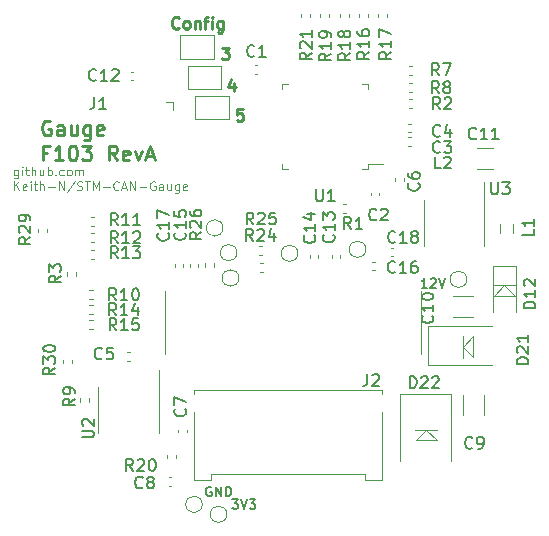
<source format=gbr>
%TF.GenerationSoftware,KiCad,Pcbnew,(5.1.10)-1*%
%TF.CreationDate,2022-02-14T20:34:47-05:00*%
%TF.ProjectId,CAN_Gauge,43414e5f-4761-4756-9765-2e6b69636164,rev?*%
%TF.SameCoordinates,Original*%
%TF.FileFunction,Legend,Top*%
%TF.FilePolarity,Positive*%
%FSLAX46Y46*%
G04 Gerber Fmt 4.6, Leading zero omitted, Abs format (unit mm)*
G04 Created by KiCad (PCBNEW (5.1.10)-1) date 2022-02-14 20:34:47*
%MOMM*%
%LPD*%
G01*
G04 APERTURE LIST*
%ADD10C,0.250000*%
%ADD11C,0.200000*%
%ADD12C,0.120000*%
%ADD13C,0.125000*%
%ADD14C,0.150000*%
G04 APERTURE END LIST*
D10*
X127484266Y-78093180D02*
X128103314Y-78093180D01*
X127769980Y-78474133D01*
X127912838Y-78474133D01*
X128008076Y-78521752D01*
X128055695Y-78569371D01*
X128103314Y-78664609D01*
X128103314Y-78902704D01*
X128055695Y-78997942D01*
X128008076Y-79045561D01*
X127912838Y-79093180D01*
X127627123Y-79093180D01*
X127531885Y-79045561D01*
X127484266Y-78997942D01*
X128541476Y-81093514D02*
X128541476Y-81760180D01*
X128303380Y-80712561D02*
X128065285Y-81426847D01*
X128684333Y-81426847D01*
X129274895Y-83287480D02*
X128798704Y-83287480D01*
X128751085Y-83763671D01*
X128798704Y-83716052D01*
X128893942Y-83668433D01*
X129132038Y-83668433D01*
X129227276Y-83716052D01*
X129274895Y-83763671D01*
X129322514Y-83858909D01*
X129322514Y-84097004D01*
X129274895Y-84192242D01*
X129227276Y-84239861D01*
X129132038Y-84287480D01*
X128893942Y-84287480D01*
X128798704Y-84239861D01*
X128751085Y-84192242D01*
X123871271Y-76394442D02*
X123823652Y-76442061D01*
X123680795Y-76489680D01*
X123585557Y-76489680D01*
X123442700Y-76442061D01*
X123347461Y-76346823D01*
X123299842Y-76251585D01*
X123252223Y-76061109D01*
X123252223Y-75918252D01*
X123299842Y-75727776D01*
X123347461Y-75632538D01*
X123442700Y-75537300D01*
X123585557Y-75489680D01*
X123680795Y-75489680D01*
X123823652Y-75537300D01*
X123871271Y-75584919D01*
X124442700Y-76489680D02*
X124347461Y-76442061D01*
X124299842Y-76394442D01*
X124252223Y-76299204D01*
X124252223Y-76013490D01*
X124299842Y-75918252D01*
X124347461Y-75870633D01*
X124442700Y-75823014D01*
X124585557Y-75823014D01*
X124680795Y-75870633D01*
X124728414Y-75918252D01*
X124776033Y-76013490D01*
X124776033Y-76299204D01*
X124728414Y-76394442D01*
X124680795Y-76442061D01*
X124585557Y-76489680D01*
X124442700Y-76489680D01*
X125204604Y-75823014D02*
X125204604Y-76489680D01*
X125204604Y-75918252D02*
X125252223Y-75870633D01*
X125347461Y-75823014D01*
X125490319Y-75823014D01*
X125585557Y-75870633D01*
X125633176Y-75965871D01*
X125633176Y-76489680D01*
X125966509Y-75823014D02*
X126347461Y-75823014D01*
X126109366Y-76489680D02*
X126109366Y-75632538D01*
X126156985Y-75537300D01*
X126252223Y-75489680D01*
X126347461Y-75489680D01*
X126680795Y-76489680D02*
X126680795Y-75823014D01*
X126680795Y-75489680D02*
X126633176Y-75537300D01*
X126680795Y-75584919D01*
X126728414Y-75537300D01*
X126680795Y-75489680D01*
X126680795Y-75584919D01*
X127585557Y-75823014D02*
X127585557Y-76632538D01*
X127537938Y-76727776D01*
X127490319Y-76775395D01*
X127395080Y-76823014D01*
X127252223Y-76823014D01*
X127156985Y-76775395D01*
X127585557Y-76442061D02*
X127490319Y-76489680D01*
X127299842Y-76489680D01*
X127204604Y-76442061D01*
X127156985Y-76394442D01*
X127109366Y-76299204D01*
X127109366Y-76013490D01*
X127156985Y-75918252D01*
X127204604Y-75870633D01*
X127299842Y-75823014D01*
X127490319Y-75823014D01*
X127585557Y-75870633D01*
X112981280Y-84327900D02*
X112862233Y-84268376D01*
X112683661Y-84268376D01*
X112505090Y-84327900D01*
X112386042Y-84446947D01*
X112326519Y-84565995D01*
X112266995Y-84804090D01*
X112266995Y-84982661D01*
X112326519Y-85220757D01*
X112386042Y-85339804D01*
X112505090Y-85458852D01*
X112683661Y-85518376D01*
X112802709Y-85518376D01*
X112981280Y-85458852D01*
X113040804Y-85399328D01*
X113040804Y-84982661D01*
X112802709Y-84982661D01*
X114112233Y-85518376D02*
X114112233Y-84863614D01*
X114052709Y-84744566D01*
X113933661Y-84685042D01*
X113695566Y-84685042D01*
X113576519Y-84744566D01*
X114112233Y-85458852D02*
X113993185Y-85518376D01*
X113695566Y-85518376D01*
X113576519Y-85458852D01*
X113516995Y-85339804D01*
X113516995Y-85220757D01*
X113576519Y-85101709D01*
X113695566Y-85042185D01*
X113993185Y-85042185D01*
X114112233Y-84982661D01*
X115243185Y-84685042D02*
X115243185Y-85518376D01*
X114707471Y-84685042D02*
X114707471Y-85339804D01*
X114766995Y-85458852D01*
X114886042Y-85518376D01*
X115064614Y-85518376D01*
X115183661Y-85458852D01*
X115243185Y-85399328D01*
X116374138Y-84685042D02*
X116374138Y-85696947D01*
X116314614Y-85815995D01*
X116255090Y-85875519D01*
X116136042Y-85935042D01*
X115957471Y-85935042D01*
X115838423Y-85875519D01*
X116374138Y-85458852D02*
X116255090Y-85518376D01*
X116016995Y-85518376D01*
X115897947Y-85458852D01*
X115838423Y-85399328D01*
X115778900Y-85280280D01*
X115778900Y-84923138D01*
X115838423Y-84804090D01*
X115897947Y-84744566D01*
X116016995Y-84685042D01*
X116255090Y-84685042D01*
X116374138Y-84744566D01*
X117445566Y-85458852D02*
X117326519Y-85518376D01*
X117088423Y-85518376D01*
X116969376Y-85458852D01*
X116909852Y-85339804D01*
X116909852Y-84863614D01*
X116969376Y-84744566D01*
X117088423Y-84685042D01*
X117326519Y-84685042D01*
X117445566Y-84744566D01*
X117505090Y-84863614D01*
X117505090Y-84982661D01*
X116909852Y-85101709D01*
X112743185Y-86988614D02*
X112326519Y-86988614D01*
X112326519Y-87643376D02*
X112326519Y-86393376D01*
X112921757Y-86393376D01*
X114052709Y-87643376D02*
X113338423Y-87643376D01*
X113695566Y-87643376D02*
X113695566Y-86393376D01*
X113576519Y-86571947D01*
X113457471Y-86690995D01*
X113338423Y-86750519D01*
X114826519Y-86393376D02*
X114945566Y-86393376D01*
X115064614Y-86452900D01*
X115124138Y-86512423D01*
X115183661Y-86631471D01*
X115243185Y-86869566D01*
X115243185Y-87167185D01*
X115183661Y-87405280D01*
X115124138Y-87524328D01*
X115064614Y-87583852D01*
X114945566Y-87643376D01*
X114826519Y-87643376D01*
X114707471Y-87583852D01*
X114647947Y-87524328D01*
X114588423Y-87405280D01*
X114528900Y-87167185D01*
X114528900Y-86869566D01*
X114588423Y-86631471D01*
X114647947Y-86512423D01*
X114707471Y-86452900D01*
X114826519Y-86393376D01*
X115659852Y-86393376D02*
X116433661Y-86393376D01*
X116016995Y-86869566D01*
X116195566Y-86869566D01*
X116314614Y-86929090D01*
X116374138Y-86988614D01*
X116433661Y-87107661D01*
X116433661Y-87405280D01*
X116374138Y-87524328D01*
X116314614Y-87583852D01*
X116195566Y-87643376D01*
X115838423Y-87643376D01*
X115719376Y-87583852D01*
X115659852Y-87524328D01*
X118636042Y-87643376D02*
X118219376Y-87048138D01*
X117921757Y-87643376D02*
X117921757Y-86393376D01*
X118397947Y-86393376D01*
X118516995Y-86452900D01*
X118576519Y-86512423D01*
X118636042Y-86631471D01*
X118636042Y-86810042D01*
X118576519Y-86929090D01*
X118516995Y-86988614D01*
X118397947Y-87048138D01*
X117921757Y-87048138D01*
X119647947Y-87583852D02*
X119528900Y-87643376D01*
X119290804Y-87643376D01*
X119171757Y-87583852D01*
X119112233Y-87464804D01*
X119112233Y-86988614D01*
X119171757Y-86869566D01*
X119290804Y-86810042D01*
X119528900Y-86810042D01*
X119647947Y-86869566D01*
X119707471Y-86988614D01*
X119707471Y-87107661D01*
X119112233Y-87226709D01*
X120124138Y-86810042D02*
X120421757Y-87643376D01*
X120719376Y-86810042D01*
X121136042Y-87286233D02*
X121731280Y-87286233D01*
X121016995Y-87643376D02*
X121433661Y-86393376D01*
X121850328Y-87643376D01*
D11*
X126623876Y-115324800D02*
X126547685Y-115286704D01*
X126433400Y-115286704D01*
X126319114Y-115324800D01*
X126242923Y-115400990D01*
X126204828Y-115477180D01*
X126166733Y-115629561D01*
X126166733Y-115743847D01*
X126204828Y-115896228D01*
X126242923Y-115972419D01*
X126319114Y-116048609D01*
X126433400Y-116086704D01*
X126509590Y-116086704D01*
X126623876Y-116048609D01*
X126661971Y-116010514D01*
X126661971Y-115743847D01*
X126509590Y-115743847D01*
X127004828Y-116086704D02*
X127004828Y-115286704D01*
X127461971Y-116086704D01*
X127461971Y-115286704D01*
X127842923Y-116086704D02*
X127842923Y-115286704D01*
X128033400Y-115286704D01*
X128147685Y-115324800D01*
X128223876Y-115400990D01*
X128261971Y-115477180D01*
X128300066Y-115629561D01*
X128300066Y-115743847D01*
X128261971Y-115896228D01*
X128223876Y-115972419D01*
X128147685Y-116048609D01*
X128033400Y-116086704D01*
X127842923Y-116086704D01*
X128401923Y-116353504D02*
X128897161Y-116353504D01*
X128630495Y-116658266D01*
X128744780Y-116658266D01*
X128820971Y-116696361D01*
X128859066Y-116734457D01*
X128897161Y-116810647D01*
X128897161Y-117001123D01*
X128859066Y-117077314D01*
X128820971Y-117115409D01*
X128744780Y-117153504D01*
X128516209Y-117153504D01*
X128440019Y-117115409D01*
X128401923Y-117077314D01*
X129125733Y-116353504D02*
X129392400Y-117153504D01*
X129659066Y-116353504D01*
X129849542Y-116353504D02*
X130344780Y-116353504D01*
X130078114Y-116658266D01*
X130192400Y-116658266D01*
X130268590Y-116696361D01*
X130306685Y-116734457D01*
X130344780Y-116810647D01*
X130344780Y-117001123D01*
X130306685Y-117077314D01*
X130268590Y-117115409D01*
X130192400Y-117153504D01*
X129963828Y-117153504D01*
X129887638Y-117115409D01*
X129849542Y-117077314D01*
X144886461Y-98421004D02*
X144429319Y-98421004D01*
X144657890Y-98421004D02*
X144657890Y-97621004D01*
X144581700Y-97735290D01*
X144505509Y-97811480D01*
X144429319Y-97849576D01*
X145191223Y-97697195D02*
X145229319Y-97659100D01*
X145305509Y-97621004D01*
X145495985Y-97621004D01*
X145572176Y-97659100D01*
X145610271Y-97697195D01*
X145648366Y-97773385D01*
X145648366Y-97849576D01*
X145610271Y-97963861D01*
X145153128Y-98421004D01*
X145648366Y-98421004D01*
X145876938Y-97621004D02*
X146143604Y-98421004D01*
X146410271Y-97621004D01*
D12*
X151414200Y-98198800D02*
X152328600Y-98198800D01*
X151414200Y-98198800D02*
X150525200Y-99113200D01*
X150550600Y-99113200D02*
X152303200Y-99113200D01*
X152303200Y-99113200D02*
X151414200Y-98198800D01*
X151414200Y-98198800D02*
X150499800Y-98198800D01*
X147934400Y-103405800D02*
X147934400Y-102516800D01*
X147883600Y-103431200D02*
X148798000Y-104320200D01*
X148798000Y-104294800D02*
X148798000Y-102542200D01*
X148798000Y-102542200D02*
X147883600Y-103431200D01*
X147934400Y-103431200D02*
X147934400Y-104345600D01*
X144810200Y-110441600D02*
X145724600Y-110441600D01*
X144810200Y-110441600D02*
X143921200Y-111356000D01*
X143946600Y-111356000D02*
X145699200Y-111356000D01*
X145699200Y-111356000D02*
X144810200Y-110441600D01*
X144810200Y-110441600D02*
X143895800Y-110441600D01*
D13*
X110250550Y-88421485D02*
X110250550Y-89028628D01*
X110214835Y-89100057D01*
X110179121Y-89135771D01*
X110107692Y-89171485D01*
X110000550Y-89171485D01*
X109929121Y-89135771D01*
X110250550Y-88885771D02*
X110179121Y-88921485D01*
X110036264Y-88921485D01*
X109964835Y-88885771D01*
X109929121Y-88850057D01*
X109893407Y-88778628D01*
X109893407Y-88564342D01*
X109929121Y-88492914D01*
X109964835Y-88457200D01*
X110036264Y-88421485D01*
X110179121Y-88421485D01*
X110250550Y-88457200D01*
X110607692Y-88921485D02*
X110607692Y-88421485D01*
X110607692Y-88171485D02*
X110571978Y-88207200D01*
X110607692Y-88242914D01*
X110643407Y-88207200D01*
X110607692Y-88171485D01*
X110607692Y-88242914D01*
X110857692Y-88421485D02*
X111143407Y-88421485D01*
X110964835Y-88171485D02*
X110964835Y-88814342D01*
X111000550Y-88885771D01*
X111071978Y-88921485D01*
X111143407Y-88921485D01*
X111393407Y-88921485D02*
X111393407Y-88171485D01*
X111714835Y-88921485D02*
X111714835Y-88528628D01*
X111679121Y-88457200D01*
X111607692Y-88421485D01*
X111500550Y-88421485D01*
X111429121Y-88457200D01*
X111393407Y-88492914D01*
X112393407Y-88421485D02*
X112393407Y-88921485D01*
X112071978Y-88421485D02*
X112071978Y-88814342D01*
X112107692Y-88885771D01*
X112179121Y-88921485D01*
X112286264Y-88921485D01*
X112357692Y-88885771D01*
X112393407Y-88850057D01*
X112750550Y-88921485D02*
X112750550Y-88171485D01*
X112750550Y-88457200D02*
X112821978Y-88421485D01*
X112964835Y-88421485D01*
X113036264Y-88457200D01*
X113071978Y-88492914D01*
X113107692Y-88564342D01*
X113107692Y-88778628D01*
X113071978Y-88850057D01*
X113036264Y-88885771D01*
X112964835Y-88921485D01*
X112821978Y-88921485D01*
X112750550Y-88885771D01*
X113429121Y-88850057D02*
X113464835Y-88885771D01*
X113429121Y-88921485D01*
X113393407Y-88885771D01*
X113429121Y-88850057D01*
X113429121Y-88921485D01*
X114107692Y-88885771D02*
X114036264Y-88921485D01*
X113893407Y-88921485D01*
X113821978Y-88885771D01*
X113786264Y-88850057D01*
X113750550Y-88778628D01*
X113750550Y-88564342D01*
X113786264Y-88492914D01*
X113821978Y-88457200D01*
X113893407Y-88421485D01*
X114036264Y-88421485D01*
X114107692Y-88457200D01*
X114536264Y-88921485D02*
X114464835Y-88885771D01*
X114429121Y-88850057D01*
X114393407Y-88778628D01*
X114393407Y-88564342D01*
X114429121Y-88492914D01*
X114464835Y-88457200D01*
X114536264Y-88421485D01*
X114643407Y-88421485D01*
X114714835Y-88457200D01*
X114750550Y-88492914D01*
X114786264Y-88564342D01*
X114786264Y-88778628D01*
X114750550Y-88850057D01*
X114714835Y-88885771D01*
X114643407Y-88921485D01*
X114536264Y-88921485D01*
X115107692Y-88921485D02*
X115107692Y-88421485D01*
X115107692Y-88492914D02*
X115143407Y-88457200D01*
X115214835Y-88421485D01*
X115321978Y-88421485D01*
X115393407Y-88457200D01*
X115429121Y-88528628D01*
X115429121Y-88921485D01*
X115429121Y-88528628D02*
X115464835Y-88457200D01*
X115536264Y-88421485D01*
X115643407Y-88421485D01*
X115714835Y-88457200D01*
X115750550Y-88528628D01*
X115750550Y-88921485D01*
X109929121Y-90171485D02*
X109929121Y-89421485D01*
X110357692Y-90171485D02*
X110036264Y-89742914D01*
X110357692Y-89421485D02*
X109929121Y-89850057D01*
X110964835Y-90135771D02*
X110893407Y-90171485D01*
X110750550Y-90171485D01*
X110679121Y-90135771D01*
X110643407Y-90064342D01*
X110643407Y-89778628D01*
X110679121Y-89707200D01*
X110750550Y-89671485D01*
X110893407Y-89671485D01*
X110964835Y-89707200D01*
X111000550Y-89778628D01*
X111000550Y-89850057D01*
X110643407Y-89921485D01*
X111321978Y-90171485D02*
X111321978Y-89671485D01*
X111321978Y-89421485D02*
X111286264Y-89457200D01*
X111321978Y-89492914D01*
X111357692Y-89457200D01*
X111321978Y-89421485D01*
X111321978Y-89492914D01*
X111571978Y-89671485D02*
X111857692Y-89671485D01*
X111679121Y-89421485D02*
X111679121Y-90064342D01*
X111714835Y-90135771D01*
X111786264Y-90171485D01*
X111857692Y-90171485D01*
X112107692Y-90171485D02*
X112107692Y-89421485D01*
X112429121Y-90171485D02*
X112429121Y-89778628D01*
X112393407Y-89707200D01*
X112321978Y-89671485D01*
X112214835Y-89671485D01*
X112143407Y-89707200D01*
X112107692Y-89742914D01*
X112786264Y-89885771D02*
X113357692Y-89885771D01*
X113714835Y-90171485D02*
X113714835Y-89421485D01*
X114143407Y-90171485D01*
X114143407Y-89421485D01*
X115036264Y-89385771D02*
X114393407Y-90350057D01*
X115250550Y-90135771D02*
X115357692Y-90171485D01*
X115536264Y-90171485D01*
X115607692Y-90135771D01*
X115643407Y-90100057D01*
X115679121Y-90028628D01*
X115679121Y-89957200D01*
X115643407Y-89885771D01*
X115607692Y-89850057D01*
X115536264Y-89814342D01*
X115393407Y-89778628D01*
X115321978Y-89742914D01*
X115286264Y-89707200D01*
X115250550Y-89635771D01*
X115250550Y-89564342D01*
X115286264Y-89492914D01*
X115321978Y-89457200D01*
X115393407Y-89421485D01*
X115571978Y-89421485D01*
X115679121Y-89457200D01*
X115893407Y-89421485D02*
X116321978Y-89421485D01*
X116107692Y-90171485D02*
X116107692Y-89421485D01*
X116571978Y-90171485D02*
X116571978Y-89421485D01*
X116821978Y-89957200D01*
X117071978Y-89421485D01*
X117071978Y-90171485D01*
X117429121Y-89885771D02*
X118000550Y-89885771D01*
X118786264Y-90100057D02*
X118750550Y-90135771D01*
X118643407Y-90171485D01*
X118571978Y-90171485D01*
X118464835Y-90135771D01*
X118393407Y-90064342D01*
X118357692Y-89992914D01*
X118321978Y-89850057D01*
X118321978Y-89742914D01*
X118357692Y-89600057D01*
X118393407Y-89528628D01*
X118464835Y-89457200D01*
X118571978Y-89421485D01*
X118643407Y-89421485D01*
X118750550Y-89457200D01*
X118786264Y-89492914D01*
X119071978Y-89957200D02*
X119429121Y-89957200D01*
X119000550Y-90171485D02*
X119250550Y-89421485D01*
X119500550Y-90171485D01*
X119750550Y-90171485D02*
X119750550Y-89421485D01*
X120179121Y-90171485D01*
X120179121Y-89421485D01*
X120536264Y-89885771D02*
X121107692Y-89885771D01*
X121857692Y-89457200D02*
X121786264Y-89421485D01*
X121679121Y-89421485D01*
X121571978Y-89457200D01*
X121500550Y-89528628D01*
X121464835Y-89600057D01*
X121429121Y-89742914D01*
X121429121Y-89850057D01*
X121464835Y-89992914D01*
X121500550Y-90064342D01*
X121571978Y-90135771D01*
X121679121Y-90171485D01*
X121750550Y-90171485D01*
X121857692Y-90135771D01*
X121893407Y-90100057D01*
X121893407Y-89850057D01*
X121750550Y-89850057D01*
X122536264Y-90171485D02*
X122536264Y-89778628D01*
X122500550Y-89707200D01*
X122429121Y-89671485D01*
X122286264Y-89671485D01*
X122214835Y-89707200D01*
X122536264Y-90135771D02*
X122464835Y-90171485D01*
X122286264Y-90171485D01*
X122214835Y-90135771D01*
X122179121Y-90064342D01*
X122179121Y-89992914D01*
X122214835Y-89921485D01*
X122286264Y-89885771D01*
X122464835Y-89885771D01*
X122536264Y-89850057D01*
X123214835Y-89671485D02*
X123214835Y-90171485D01*
X122893407Y-89671485D02*
X122893407Y-90064342D01*
X122929121Y-90135771D01*
X123000550Y-90171485D01*
X123107692Y-90171485D01*
X123179121Y-90135771D01*
X123214835Y-90100057D01*
X123893407Y-89671485D02*
X123893407Y-90278628D01*
X123857692Y-90350057D01*
X123821978Y-90385771D01*
X123750550Y-90421485D01*
X123643407Y-90421485D01*
X123571978Y-90385771D01*
X123893407Y-90135771D02*
X123821978Y-90171485D01*
X123679121Y-90171485D01*
X123607692Y-90135771D01*
X123571978Y-90100057D01*
X123536264Y-90028628D01*
X123536264Y-89814342D01*
X123571978Y-89742914D01*
X123607692Y-89707200D01*
X123679121Y-89671485D01*
X123821978Y-89671485D01*
X123893407Y-89707200D01*
X124536264Y-90135771D02*
X124464835Y-90171485D01*
X124321978Y-90171485D01*
X124250550Y-90135771D01*
X124214835Y-90064342D01*
X124214835Y-89778628D01*
X124250550Y-89707200D01*
X124321978Y-89671485D01*
X124464835Y-89671485D01*
X124536264Y-89707200D01*
X124571978Y-89778628D01*
X124571978Y-89850057D01*
X124214835Y-89921485D01*
D12*
%TO.C,C12*%
X120000636Y-80135000D02*
X119784964Y-80135000D01*
X120000636Y-80855000D02*
X119784964Y-80855000D01*
%TO.C,JP6*%
X128074600Y-84174700D02*
X125274600Y-84174700D01*
X125274600Y-84174700D02*
X125274600Y-82174700D01*
X125274600Y-82174700D02*
X128074600Y-82174700D01*
X128074600Y-82174700D02*
X128074600Y-84174700D01*
%TO.C,JP5*%
X127441900Y-81622000D02*
X124641900Y-81622000D01*
X124641900Y-81622000D02*
X124641900Y-79622000D01*
X124641900Y-79622000D02*
X127441900Y-79622000D01*
X127441900Y-79622000D02*
X127441900Y-81622000D01*
%TO.C,JP4*%
X126804600Y-77056600D02*
X126804600Y-79056600D01*
X124004600Y-77056600D02*
X126804600Y-77056600D01*
X124004600Y-79056600D02*
X124004600Y-77056600D01*
X126804600Y-79056600D02*
X124004600Y-79056600D01*
%TO.C,U1*%
X133090400Y-81177600D02*
X132640400Y-81177600D01*
X132640400Y-81177600D02*
X132640400Y-81627600D01*
X139410400Y-81177600D02*
X139860400Y-81177600D01*
X139860400Y-81177600D02*
X139860400Y-81627600D01*
X133090400Y-88397600D02*
X132640400Y-88397600D01*
X132640400Y-88397600D02*
X132640400Y-87947600D01*
X139410400Y-88397600D02*
X139860400Y-88397600D01*
X139860400Y-88397600D02*
X139860400Y-87947600D01*
X139860400Y-87947600D02*
X141150400Y-87947600D01*
%TO.C,C6*%
X142922300Y-89150164D02*
X142922300Y-89365836D01*
X142202300Y-89150164D02*
X142202300Y-89365836D01*
%TO.C,U4*%
X144332000Y-104027000D02*
X144332000Y-104027000D01*
X144344000Y-104023000D02*
X144344000Y-98689000D01*
X122734000Y-98699000D02*
X122734000Y-104033000D01*
%TO.C,TP7*%
X139693600Y-95176200D02*
G75*
G03*
X139693600Y-95176200I-700000J0D01*
G01*
%TO.C,TP2*%
X133940500Y-95519100D02*
G75*
G03*
X133940500Y-95519100I-700000J0D01*
G01*
%TO.C,TP8*%
X128784300Y-95455600D02*
G75*
G03*
X128784300Y-95455600I-700000J0D01*
G01*
%TO.C,C10*%
X147061058Y-100924900D02*
X148731542Y-100924900D01*
X147061058Y-99104900D02*
X148731542Y-99104900D01*
%TO.C,J1*%
X123372600Y-82730200D02*
X123372600Y-83365200D01*
X122737600Y-82730200D02*
X123372600Y-82730200D01*
%TO.C,TP6*%
X128936700Y-97601900D02*
G75*
G03*
X128936700Y-97601900I-700000J0D01*
G01*
%TO.C,C17*%
X124240600Y-96414564D02*
X124240600Y-96630236D01*
X123520600Y-96414564D02*
X123520600Y-96630236D01*
%TO.C,R24*%
X130711959Y-96294800D02*
X131019241Y-96294800D01*
X130711959Y-97054800D02*
X131019241Y-97054800D01*
%TO.C,TP1*%
X127603200Y-93360100D02*
G75*
G03*
X127603200Y-93360100I-700000J0D01*
G01*
%TO.C,TP5*%
X125850600Y-116766200D02*
G75*
G03*
X125850600Y-116766200I-700000J0D01*
G01*
%TO.C,TP4*%
X127933400Y-117604400D02*
G75*
G03*
X127933400Y-117604400I-700000J0D01*
G01*
%TO.C,TP3*%
X148240700Y-97716200D02*
G75*
G03*
X148240700Y-97716200I-700000J0D01*
G01*
%TO.C,R20*%
X122840200Y-112573959D02*
X122840200Y-112881241D01*
X123600200Y-112573959D02*
X123600200Y-112881241D01*
%TO.C,L1*%
X151057400Y-93823222D02*
X151057400Y-93023978D01*
X152177400Y-93823222D02*
X152177400Y-93023978D01*
%TO.C,C11*%
X150499852Y-88390000D02*
X149077348Y-88390000D01*
X150499852Y-86570000D02*
X149077348Y-86570000D01*
%TO.C,D12*%
X152439600Y-96558400D02*
X152439600Y-100458400D01*
X150439600Y-96558400D02*
X150439600Y-100458400D01*
X152439600Y-96558400D02*
X150439600Y-96558400D01*
%TO.C,U3*%
X149732400Y-92915600D02*
X149732400Y-89465600D01*
X149732400Y-92915600D02*
X149732400Y-94865600D01*
X144612400Y-92915600D02*
X144612400Y-90965600D01*
X144612400Y-92915600D02*
X144612400Y-94865600D01*
%TO.C,J2*%
X125187000Y-114698000D02*
X125187000Y-108938000D01*
X126607000Y-114698000D02*
X125187000Y-114698000D01*
X126607000Y-114198000D02*
X126607000Y-114698000D01*
X139637000Y-114198000D02*
X126607000Y-114198000D01*
X139637000Y-114698000D02*
X139637000Y-114198000D01*
X141057000Y-114698000D02*
X139637000Y-114698000D01*
X141057000Y-108938000D02*
X141057000Y-114698000D01*
X125187000Y-107108000D02*
X125187000Y-107418000D01*
X141057000Y-107108000D02*
X125187000Y-107108000D01*
X141057000Y-107418000D02*
X141057000Y-107108000D01*
%TO.C,R30*%
X114077200Y-104829441D02*
X114077200Y-104522159D01*
X114837200Y-104829441D02*
X114837200Y-104522159D01*
%TO.C,R29*%
X112729000Y-93422359D02*
X112729000Y-93729641D01*
X111969000Y-93422359D02*
X111969000Y-93729641D01*
%TO.C,R21*%
X134966700Y-75210559D02*
X134966700Y-75517841D01*
X134206700Y-75210559D02*
X134206700Y-75517841D01*
%TO.C,D22*%
X146884000Y-107425000D02*
X142584000Y-107425000D01*
X142584000Y-107425000D02*
X142584000Y-113125000D01*
X146884000Y-107425000D02*
X146884000Y-113125000D01*
%TO.C,C9*%
X147888000Y-107523558D02*
X147888000Y-109194042D01*
X149708000Y-107523558D02*
X149708000Y-109194042D01*
%TO.C,R26*%
X126800600Y-96368759D02*
X126800600Y-96676041D01*
X126040600Y-96368759D02*
X126040600Y-96676041D01*
%TO.C,R25*%
X130943041Y-95632400D02*
X130635759Y-95632400D01*
X130943041Y-94872400D02*
X130635759Y-94872400D01*
%TO.C,C18*%
X141806764Y-95032100D02*
X142022436Y-95032100D01*
X141806764Y-95752100D02*
X142022436Y-95752100D01*
%TO.C,C16*%
X140244664Y-96213200D02*
X140460336Y-96213200D01*
X140244664Y-96933200D02*
X140460336Y-96933200D01*
%TO.C,C15*%
X125505600Y-96414564D02*
X125505600Y-96630236D01*
X124785600Y-96414564D02*
X124785600Y-96630236D01*
%TO.C,C14*%
X135670600Y-95677964D02*
X135670600Y-95893636D01*
X134950600Y-95677964D02*
X134950600Y-95893636D01*
%TO.C,C13*%
X137537500Y-95677964D02*
X137537500Y-95893636D01*
X136817500Y-95677964D02*
X136817500Y-95893636D01*
%TO.C,C8*%
X123226436Y-114475800D02*
X123010764Y-114475800D01*
X123226436Y-115195800D02*
X123010764Y-115195800D01*
%TO.C,C7*%
X123825400Y-110460764D02*
X123825400Y-110676436D01*
X124545400Y-110460764D02*
X124545400Y-110676436D01*
%TO.C,C5*%
X119480164Y-104604000D02*
X119695836Y-104604000D01*
X119480164Y-103884000D02*
X119695836Y-103884000D01*
%TO.C,C4*%
X143279964Y-85249200D02*
X143495636Y-85249200D01*
X143279964Y-84529200D02*
X143495636Y-84529200D01*
%TO.C,C3*%
X143279964Y-86392200D02*
X143495636Y-86392200D01*
X143279964Y-85672200D02*
X143495636Y-85672200D01*
%TO.C,C2*%
X140106800Y-90369364D02*
X140106800Y-90585036D01*
X140826800Y-90369364D02*
X140826800Y-90585036D01*
%TO.C,C1*%
X130490836Y-79576200D02*
X130275164Y-79576200D01*
X130490836Y-80296200D02*
X130275164Y-80296200D01*
%TO.C,R19*%
X135845000Y-75210559D02*
X135845000Y-75517841D01*
X136605000Y-75210559D02*
X136605000Y-75517841D01*
%TO.C,R18*%
X138243300Y-75210559D02*
X138243300Y-75517841D01*
X137483300Y-75210559D02*
X137483300Y-75517841D01*
%TO.C,R17*%
X140759900Y-75210559D02*
X140759900Y-75517841D01*
X141519900Y-75210559D02*
X141519900Y-75517841D01*
%TO.C,R16*%
X139121600Y-75210559D02*
X139121600Y-75517841D01*
X139881600Y-75210559D02*
X139881600Y-75517841D01*
%TO.C,R15*%
X116566641Y-101197000D02*
X116259359Y-101197000D01*
X116566641Y-101957000D02*
X116259359Y-101957000D01*
%TO.C,R14*%
X116566641Y-99927000D02*
X116259359Y-99927000D01*
X116566641Y-100687000D02*
X116259359Y-100687000D01*
%TO.C,R13*%
X116693641Y-95228000D02*
X116386359Y-95228000D01*
X116693641Y-95988000D02*
X116386359Y-95988000D01*
%TO.C,R12*%
X116386359Y-94591000D02*
X116693641Y-94591000D01*
X116386359Y-93831000D02*
X116693641Y-93831000D01*
%TO.C,R11*%
X116693641Y-92434000D02*
X116386359Y-92434000D01*
X116693641Y-93194000D02*
X116386359Y-93194000D01*
%TO.C,R10*%
X116566641Y-98657000D02*
X116259359Y-98657000D01*
X116566641Y-99417000D02*
X116259359Y-99417000D01*
%TO.C,R1*%
X137747759Y-92127200D02*
X138055041Y-92127200D01*
X137747759Y-91367200D02*
X138055041Y-91367200D01*
%TO.C,D21*%
X144991600Y-101679600D02*
X150391600Y-101679600D01*
X144991600Y-104979600D02*
X150391600Y-104979600D01*
X144991600Y-101679600D02*
X144991600Y-104979600D01*
%TO.C,R9*%
X116285000Y-107800759D02*
X116285000Y-108108041D01*
X115525000Y-107800759D02*
X115525000Y-108108041D01*
%TO.C,R8*%
X143643041Y-81814800D02*
X143335759Y-81814800D01*
X143643041Y-81054800D02*
X143335759Y-81054800D01*
%TO.C,R7*%
X143643041Y-80443200D02*
X143335759Y-80443200D01*
X143643041Y-79683200D02*
X143335759Y-79683200D01*
%TO.C,R3*%
X114356600Y-97412641D02*
X114356600Y-97105359D01*
X115116600Y-97412641D02*
X115116600Y-97105359D01*
%TO.C,R2*%
X143643041Y-83186400D02*
X143335759Y-83186400D01*
X143643041Y-82426400D02*
X143335759Y-82426400D01*
%TO.C,U2*%
X117028000Y-108816000D02*
X117028000Y-110766000D01*
X117028000Y-108816000D02*
X117028000Y-106866000D01*
X122148000Y-108816000D02*
X122148000Y-110766000D01*
X122148000Y-108816000D02*
X122148000Y-105366000D01*
%TO.C,C12*%
D14*
X116862342Y-80826742D02*
X116814723Y-80874361D01*
X116671866Y-80921980D01*
X116576628Y-80921980D01*
X116433771Y-80874361D01*
X116338533Y-80779123D01*
X116290914Y-80683885D01*
X116243295Y-80493409D01*
X116243295Y-80350552D01*
X116290914Y-80160076D01*
X116338533Y-80064838D01*
X116433771Y-79969600D01*
X116576628Y-79921980D01*
X116671866Y-79921980D01*
X116814723Y-79969600D01*
X116862342Y-80017219D01*
X117814723Y-80921980D02*
X117243295Y-80921980D01*
X117529009Y-80921980D02*
X117529009Y-79921980D01*
X117433771Y-80064838D01*
X117338533Y-80160076D01*
X117243295Y-80207695D01*
X118195676Y-80017219D02*
X118243295Y-79969600D01*
X118338533Y-79921980D01*
X118576628Y-79921980D01*
X118671866Y-79969600D01*
X118719485Y-80017219D01*
X118767104Y-80112457D01*
X118767104Y-80207695D01*
X118719485Y-80350552D01*
X118148057Y-80921980D01*
X118767104Y-80921980D01*
%TO.C,U1*%
X135488495Y-90089980D02*
X135488495Y-90899504D01*
X135536114Y-90994742D01*
X135583733Y-91042361D01*
X135678971Y-91089980D01*
X135869447Y-91089980D01*
X135964685Y-91042361D01*
X136012304Y-90994742D01*
X136059923Y-90899504D01*
X136059923Y-90089980D01*
X137059923Y-91089980D02*
X136488495Y-91089980D01*
X136774209Y-91089980D02*
X136774209Y-90089980D01*
X136678971Y-90232838D01*
X136583733Y-90328076D01*
X136488495Y-90375695D01*
%TO.C,C6*%
X144151342Y-89577066D02*
X144198961Y-89624685D01*
X144246580Y-89767542D01*
X144246580Y-89862780D01*
X144198961Y-90005638D01*
X144103723Y-90100876D01*
X144008485Y-90148495D01*
X143818009Y-90196114D01*
X143675152Y-90196114D01*
X143484676Y-90148495D01*
X143389438Y-90100876D01*
X143294200Y-90005638D01*
X143246580Y-89862780D01*
X143246580Y-89767542D01*
X143294200Y-89624685D01*
X143341819Y-89577066D01*
X143246580Y-88719923D02*
X143246580Y-88910400D01*
X143294200Y-89005638D01*
X143341819Y-89053257D01*
X143484676Y-89148495D01*
X143675152Y-89196114D01*
X144056104Y-89196114D01*
X144151342Y-89148495D01*
X144198961Y-89100876D01*
X144246580Y-89005638D01*
X144246580Y-88815161D01*
X144198961Y-88719923D01*
X144151342Y-88672304D01*
X144056104Y-88624685D01*
X143818009Y-88624685D01*
X143722771Y-88672304D01*
X143675152Y-88719923D01*
X143627533Y-88815161D01*
X143627533Y-89005638D01*
X143675152Y-89100876D01*
X143722771Y-89148495D01*
X143818009Y-89196114D01*
%TO.C,C10*%
X145319742Y-100797457D02*
X145367361Y-100845076D01*
X145414980Y-100987933D01*
X145414980Y-101083171D01*
X145367361Y-101226028D01*
X145272123Y-101321266D01*
X145176885Y-101368885D01*
X144986409Y-101416504D01*
X144843552Y-101416504D01*
X144653076Y-101368885D01*
X144557838Y-101321266D01*
X144462600Y-101226028D01*
X144414980Y-101083171D01*
X144414980Y-100987933D01*
X144462600Y-100845076D01*
X144510219Y-100797457D01*
X145414980Y-99845076D02*
X145414980Y-100416504D01*
X145414980Y-100130790D02*
X144414980Y-100130790D01*
X144557838Y-100226028D01*
X144653076Y-100321266D01*
X144700695Y-100416504D01*
X144414980Y-99226028D02*
X144414980Y-99130790D01*
X144462600Y-99035552D01*
X144510219Y-98987933D01*
X144605457Y-98940314D01*
X144795933Y-98892695D01*
X145034028Y-98892695D01*
X145224504Y-98940314D01*
X145319742Y-98987933D01*
X145367361Y-99035552D01*
X145414980Y-99130790D01*
X145414980Y-99226028D01*
X145367361Y-99321266D01*
X145319742Y-99368885D01*
X145224504Y-99416504D01*
X145034028Y-99464123D01*
X144795933Y-99464123D01*
X144605457Y-99416504D01*
X144510219Y-99368885D01*
X144462600Y-99321266D01*
X144414980Y-99226028D01*
%TO.C,J1*%
X116714666Y-82296880D02*
X116714666Y-83011166D01*
X116667047Y-83154023D01*
X116571809Y-83249261D01*
X116428952Y-83296880D01*
X116333714Y-83296880D01*
X117714666Y-83296880D02*
X117143238Y-83296880D01*
X117428952Y-83296880D02*
X117428952Y-82296880D01*
X117333714Y-82439738D01*
X117238476Y-82534976D01*
X117143238Y-82582595D01*
%TO.C,C17*%
X122955042Y-93812457D02*
X123002661Y-93860076D01*
X123050280Y-94002933D01*
X123050280Y-94098171D01*
X123002661Y-94241028D01*
X122907423Y-94336266D01*
X122812185Y-94383885D01*
X122621709Y-94431504D01*
X122478852Y-94431504D01*
X122288376Y-94383885D01*
X122193138Y-94336266D01*
X122097900Y-94241028D01*
X122050280Y-94098171D01*
X122050280Y-94002933D01*
X122097900Y-93860076D01*
X122145519Y-93812457D01*
X123050280Y-92860076D02*
X123050280Y-93431504D01*
X123050280Y-93145790D02*
X122050280Y-93145790D01*
X122193138Y-93241028D01*
X122288376Y-93336266D01*
X122335995Y-93431504D01*
X122050280Y-92526742D02*
X122050280Y-91860076D01*
X123050280Y-92288647D01*
%TO.C,R24*%
X130133842Y-94447480D02*
X129800509Y-93971290D01*
X129562414Y-94447480D02*
X129562414Y-93447480D01*
X129943366Y-93447480D01*
X130038604Y-93495100D01*
X130086223Y-93542719D01*
X130133842Y-93637957D01*
X130133842Y-93780814D01*
X130086223Y-93876052D01*
X130038604Y-93923671D01*
X129943366Y-93971290D01*
X129562414Y-93971290D01*
X130514795Y-93542719D02*
X130562414Y-93495100D01*
X130657652Y-93447480D01*
X130895747Y-93447480D01*
X130990985Y-93495100D01*
X131038604Y-93542719D01*
X131086223Y-93637957D01*
X131086223Y-93733195D01*
X131038604Y-93876052D01*
X130467176Y-94447480D01*
X131086223Y-94447480D01*
X131943366Y-93780814D02*
X131943366Y-94447480D01*
X131705271Y-93399861D02*
X131467176Y-94114147D01*
X132086223Y-94114147D01*
%TO.C,R20*%
X119986542Y-113941980D02*
X119653209Y-113465790D01*
X119415114Y-113941980D02*
X119415114Y-112941980D01*
X119796066Y-112941980D01*
X119891304Y-112989600D01*
X119938923Y-113037219D01*
X119986542Y-113132457D01*
X119986542Y-113275314D01*
X119938923Y-113370552D01*
X119891304Y-113418171D01*
X119796066Y-113465790D01*
X119415114Y-113465790D01*
X120367495Y-113037219D02*
X120415114Y-112989600D01*
X120510352Y-112941980D01*
X120748447Y-112941980D01*
X120843685Y-112989600D01*
X120891304Y-113037219D01*
X120938923Y-113132457D01*
X120938923Y-113227695D01*
X120891304Y-113370552D01*
X120319876Y-113941980D01*
X120938923Y-113941980D01*
X121557971Y-112941980D02*
X121653209Y-112941980D01*
X121748447Y-112989600D01*
X121796066Y-113037219D01*
X121843685Y-113132457D01*
X121891304Y-113322933D01*
X121891304Y-113561028D01*
X121843685Y-113751504D01*
X121796066Y-113846742D01*
X121748447Y-113894361D01*
X121653209Y-113941980D01*
X121557971Y-113941980D01*
X121462733Y-113894361D01*
X121415114Y-113846742D01*
X121367495Y-113751504D01*
X121319876Y-113561028D01*
X121319876Y-113322933D01*
X121367495Y-113132457D01*
X121415114Y-113037219D01*
X121462733Y-112989600D01*
X121557971Y-112941980D01*
%TO.C,L1*%
X153923980Y-93488666D02*
X153923980Y-93964857D01*
X152923980Y-93964857D01*
X153923980Y-92631523D02*
X153923980Y-93202952D01*
X153923980Y-92917238D02*
X152923980Y-92917238D01*
X153066838Y-93012476D01*
X153162076Y-93107714D01*
X153209695Y-93202952D01*
%TO.C,C11*%
X149031442Y-85767042D02*
X148983823Y-85814661D01*
X148840966Y-85862280D01*
X148745728Y-85862280D01*
X148602871Y-85814661D01*
X148507633Y-85719423D01*
X148460014Y-85624185D01*
X148412395Y-85433709D01*
X148412395Y-85290852D01*
X148460014Y-85100376D01*
X148507633Y-85005138D01*
X148602871Y-84909900D01*
X148745728Y-84862280D01*
X148840966Y-84862280D01*
X148983823Y-84909900D01*
X149031442Y-84957519D01*
X149983823Y-85862280D02*
X149412395Y-85862280D01*
X149698109Y-85862280D02*
X149698109Y-84862280D01*
X149602871Y-85005138D01*
X149507633Y-85100376D01*
X149412395Y-85147995D01*
X150936204Y-85862280D02*
X150364776Y-85862280D01*
X150650490Y-85862280D02*
X150650490Y-84862280D01*
X150555252Y-85005138D01*
X150460014Y-85100376D01*
X150364776Y-85147995D01*
%TO.C,D12*%
X154050980Y-100175085D02*
X153050980Y-100175085D01*
X153050980Y-99936990D01*
X153098600Y-99794133D01*
X153193838Y-99698895D01*
X153289076Y-99651276D01*
X153479552Y-99603657D01*
X153622409Y-99603657D01*
X153812885Y-99651276D01*
X153908123Y-99698895D01*
X154003361Y-99794133D01*
X154050980Y-99936990D01*
X154050980Y-100175085D01*
X154050980Y-98651276D02*
X154050980Y-99222704D01*
X154050980Y-98936990D02*
X153050980Y-98936990D01*
X153193838Y-99032228D01*
X153289076Y-99127466D01*
X153336695Y-99222704D01*
X153146219Y-98270323D02*
X153098600Y-98222704D01*
X153050980Y-98127466D01*
X153050980Y-97889371D01*
X153098600Y-97794133D01*
X153146219Y-97746514D01*
X153241457Y-97698895D01*
X153336695Y-97698895D01*
X153479552Y-97746514D01*
X154050980Y-98317942D01*
X154050980Y-97698895D01*
%TO.C,U3*%
X150296695Y-89497780D02*
X150296695Y-90307304D01*
X150344314Y-90402542D01*
X150391933Y-90450161D01*
X150487171Y-90497780D01*
X150677647Y-90497780D01*
X150772885Y-90450161D01*
X150820504Y-90402542D01*
X150868123Y-90307304D01*
X150868123Y-89497780D01*
X151249076Y-89497780D02*
X151868123Y-89497780D01*
X151534790Y-89878733D01*
X151677647Y-89878733D01*
X151772885Y-89926352D01*
X151820504Y-89973971D01*
X151868123Y-90069209D01*
X151868123Y-90307304D01*
X151820504Y-90402542D01*
X151772885Y-90450161D01*
X151677647Y-90497780D01*
X151391933Y-90497780D01*
X151296695Y-90450161D01*
X151249076Y-90402542D01*
%TO.C,L2*%
X146040533Y-88326080D02*
X145564342Y-88326080D01*
X145564342Y-87326080D01*
X146326247Y-87421319D02*
X146373866Y-87373700D01*
X146469104Y-87326080D01*
X146707200Y-87326080D01*
X146802438Y-87373700D01*
X146850057Y-87421319D01*
X146897676Y-87516557D01*
X146897676Y-87611795D01*
X146850057Y-87754652D01*
X146278628Y-88326080D01*
X146897676Y-88326080D01*
%TO.C,J2*%
X139828666Y-105728380D02*
X139828666Y-106442666D01*
X139781047Y-106585523D01*
X139685809Y-106680761D01*
X139542952Y-106728380D01*
X139447714Y-106728380D01*
X140257238Y-105823619D02*
X140304857Y-105776000D01*
X140400095Y-105728380D01*
X140638190Y-105728380D01*
X140733428Y-105776000D01*
X140781047Y-105823619D01*
X140828666Y-105918857D01*
X140828666Y-106014095D01*
X140781047Y-106156952D01*
X140209619Y-106728380D01*
X140828666Y-106728380D01*
%TO.C,R30*%
X113385580Y-105191657D02*
X112909390Y-105524990D01*
X113385580Y-105763085D02*
X112385580Y-105763085D01*
X112385580Y-105382133D01*
X112433200Y-105286895D01*
X112480819Y-105239276D01*
X112576057Y-105191657D01*
X112718914Y-105191657D01*
X112814152Y-105239276D01*
X112861771Y-105286895D01*
X112909390Y-105382133D01*
X112909390Y-105763085D01*
X112385580Y-104858323D02*
X112385580Y-104239276D01*
X112766533Y-104572609D01*
X112766533Y-104429752D01*
X112814152Y-104334514D01*
X112861771Y-104286895D01*
X112957009Y-104239276D01*
X113195104Y-104239276D01*
X113290342Y-104286895D01*
X113337961Y-104334514D01*
X113385580Y-104429752D01*
X113385580Y-104715466D01*
X113337961Y-104810704D01*
X113290342Y-104858323D01*
X112385580Y-103620228D02*
X112385580Y-103524990D01*
X112433200Y-103429752D01*
X112480819Y-103382133D01*
X112576057Y-103334514D01*
X112766533Y-103286895D01*
X113004628Y-103286895D01*
X113195104Y-103334514D01*
X113290342Y-103382133D01*
X113337961Y-103429752D01*
X113385580Y-103524990D01*
X113385580Y-103620228D01*
X113337961Y-103715466D01*
X113290342Y-103763085D01*
X113195104Y-103810704D01*
X113004628Y-103858323D01*
X112766533Y-103858323D01*
X112576057Y-103810704D01*
X112480819Y-103763085D01*
X112433200Y-103715466D01*
X112385580Y-103620228D01*
%TO.C,R29*%
X111302780Y-94142657D02*
X110826590Y-94475990D01*
X111302780Y-94714085D02*
X110302780Y-94714085D01*
X110302780Y-94333133D01*
X110350400Y-94237895D01*
X110398019Y-94190276D01*
X110493257Y-94142657D01*
X110636114Y-94142657D01*
X110731352Y-94190276D01*
X110778971Y-94237895D01*
X110826590Y-94333133D01*
X110826590Y-94714085D01*
X110398019Y-93761704D02*
X110350400Y-93714085D01*
X110302780Y-93618847D01*
X110302780Y-93380752D01*
X110350400Y-93285514D01*
X110398019Y-93237895D01*
X110493257Y-93190276D01*
X110588495Y-93190276D01*
X110731352Y-93237895D01*
X111302780Y-93809323D01*
X111302780Y-93190276D01*
X111302780Y-92714085D02*
X111302780Y-92523609D01*
X111255161Y-92428371D01*
X111207542Y-92380752D01*
X111064685Y-92285514D01*
X110874209Y-92237895D01*
X110493257Y-92237895D01*
X110398019Y-92285514D01*
X110350400Y-92333133D01*
X110302780Y-92428371D01*
X110302780Y-92618847D01*
X110350400Y-92714085D01*
X110398019Y-92761704D01*
X110493257Y-92809323D01*
X110731352Y-92809323D01*
X110826590Y-92761704D01*
X110874209Y-92714085D01*
X110921828Y-92618847D01*
X110921828Y-92428371D01*
X110874209Y-92333133D01*
X110826590Y-92285514D01*
X110731352Y-92237895D01*
%TO.C,R21*%
X135102580Y-78521657D02*
X134626390Y-78854990D01*
X135102580Y-79093085D02*
X134102580Y-79093085D01*
X134102580Y-78712133D01*
X134150200Y-78616895D01*
X134197819Y-78569276D01*
X134293057Y-78521657D01*
X134435914Y-78521657D01*
X134531152Y-78569276D01*
X134578771Y-78616895D01*
X134626390Y-78712133D01*
X134626390Y-79093085D01*
X134197819Y-78140704D02*
X134150200Y-78093085D01*
X134102580Y-77997847D01*
X134102580Y-77759752D01*
X134150200Y-77664514D01*
X134197819Y-77616895D01*
X134293057Y-77569276D01*
X134388295Y-77569276D01*
X134531152Y-77616895D01*
X135102580Y-78188323D01*
X135102580Y-77569276D01*
X135102580Y-76616895D02*
X135102580Y-77188323D01*
X135102580Y-76902609D02*
X134102580Y-76902609D01*
X134245438Y-76997847D01*
X134340676Y-77093085D01*
X134388295Y-77188323D01*
%TO.C,D22*%
X143418114Y-106931580D02*
X143418114Y-105931580D01*
X143656209Y-105931580D01*
X143799066Y-105979200D01*
X143894304Y-106074438D01*
X143941923Y-106169676D01*
X143989542Y-106360152D01*
X143989542Y-106503009D01*
X143941923Y-106693485D01*
X143894304Y-106788723D01*
X143799066Y-106883961D01*
X143656209Y-106931580D01*
X143418114Y-106931580D01*
X144370495Y-106026819D02*
X144418114Y-105979200D01*
X144513352Y-105931580D01*
X144751447Y-105931580D01*
X144846685Y-105979200D01*
X144894304Y-106026819D01*
X144941923Y-106122057D01*
X144941923Y-106217295D01*
X144894304Y-106360152D01*
X144322876Y-106931580D01*
X144941923Y-106931580D01*
X145322876Y-106026819D02*
X145370495Y-105979200D01*
X145465733Y-105931580D01*
X145703828Y-105931580D01*
X145799066Y-105979200D01*
X145846685Y-106026819D01*
X145894304Y-106122057D01*
X145894304Y-106217295D01*
X145846685Y-106360152D01*
X145275257Y-106931580D01*
X145894304Y-106931580D01*
%TO.C,C9*%
X148707533Y-111954442D02*
X148659914Y-112002061D01*
X148517057Y-112049680D01*
X148421819Y-112049680D01*
X148278961Y-112002061D01*
X148183723Y-111906823D01*
X148136104Y-111811585D01*
X148088485Y-111621109D01*
X148088485Y-111478252D01*
X148136104Y-111287776D01*
X148183723Y-111192538D01*
X148278961Y-111097300D01*
X148421819Y-111049680D01*
X148517057Y-111049680D01*
X148659914Y-111097300D01*
X148707533Y-111144919D01*
X149183723Y-112049680D02*
X149374200Y-112049680D01*
X149469438Y-112002061D01*
X149517057Y-111954442D01*
X149612295Y-111811585D01*
X149659914Y-111621109D01*
X149659914Y-111240157D01*
X149612295Y-111144919D01*
X149564676Y-111097300D01*
X149469438Y-111049680D01*
X149278961Y-111049680D01*
X149183723Y-111097300D01*
X149136104Y-111144919D01*
X149088485Y-111240157D01*
X149088485Y-111478252D01*
X149136104Y-111573490D01*
X149183723Y-111621109D01*
X149278961Y-111668728D01*
X149469438Y-111668728D01*
X149564676Y-111621109D01*
X149612295Y-111573490D01*
X149659914Y-111478252D01*
%TO.C,R26*%
X125768080Y-93710857D02*
X125291890Y-94044190D01*
X125768080Y-94282285D02*
X124768080Y-94282285D01*
X124768080Y-93901333D01*
X124815700Y-93806095D01*
X124863319Y-93758476D01*
X124958557Y-93710857D01*
X125101414Y-93710857D01*
X125196652Y-93758476D01*
X125244271Y-93806095D01*
X125291890Y-93901333D01*
X125291890Y-94282285D01*
X124863319Y-93329904D02*
X124815700Y-93282285D01*
X124768080Y-93187047D01*
X124768080Y-92948952D01*
X124815700Y-92853714D01*
X124863319Y-92806095D01*
X124958557Y-92758476D01*
X125053795Y-92758476D01*
X125196652Y-92806095D01*
X125768080Y-93377523D01*
X125768080Y-92758476D01*
X124768080Y-91901333D02*
X124768080Y-92091809D01*
X124815700Y-92187047D01*
X124863319Y-92234666D01*
X125006176Y-92329904D01*
X125196652Y-92377523D01*
X125577604Y-92377523D01*
X125672842Y-92329904D01*
X125720461Y-92282285D01*
X125768080Y-92187047D01*
X125768080Y-91996571D01*
X125720461Y-91901333D01*
X125672842Y-91853714D01*
X125577604Y-91806095D01*
X125339509Y-91806095D01*
X125244271Y-91853714D01*
X125196652Y-91901333D01*
X125149033Y-91996571D01*
X125149033Y-92187047D01*
X125196652Y-92282285D01*
X125244271Y-92329904D01*
X125339509Y-92377523D01*
%TO.C,R25*%
X130171942Y-93063180D02*
X129838609Y-92586990D01*
X129600514Y-93063180D02*
X129600514Y-92063180D01*
X129981466Y-92063180D01*
X130076704Y-92110800D01*
X130124323Y-92158419D01*
X130171942Y-92253657D01*
X130171942Y-92396514D01*
X130124323Y-92491752D01*
X130076704Y-92539371D01*
X129981466Y-92586990D01*
X129600514Y-92586990D01*
X130552895Y-92158419D02*
X130600514Y-92110800D01*
X130695752Y-92063180D01*
X130933847Y-92063180D01*
X131029085Y-92110800D01*
X131076704Y-92158419D01*
X131124323Y-92253657D01*
X131124323Y-92348895D01*
X131076704Y-92491752D01*
X130505276Y-93063180D01*
X131124323Y-93063180D01*
X132029085Y-92063180D02*
X131552895Y-92063180D01*
X131505276Y-92539371D01*
X131552895Y-92491752D01*
X131648133Y-92444133D01*
X131886228Y-92444133D01*
X131981466Y-92491752D01*
X132029085Y-92539371D01*
X132076704Y-92634609D01*
X132076704Y-92872704D01*
X132029085Y-92967942D01*
X131981466Y-93015561D01*
X131886228Y-93063180D01*
X131648133Y-93063180D01*
X131552895Y-93015561D01*
X131505276Y-92967942D01*
%TO.C,C18*%
X142198842Y-94542742D02*
X142151223Y-94590361D01*
X142008366Y-94637980D01*
X141913128Y-94637980D01*
X141770271Y-94590361D01*
X141675033Y-94495123D01*
X141627414Y-94399885D01*
X141579795Y-94209409D01*
X141579795Y-94066552D01*
X141627414Y-93876076D01*
X141675033Y-93780838D01*
X141770271Y-93685600D01*
X141913128Y-93637980D01*
X142008366Y-93637980D01*
X142151223Y-93685600D01*
X142198842Y-93733219D01*
X143151223Y-94637980D02*
X142579795Y-94637980D01*
X142865509Y-94637980D02*
X142865509Y-93637980D01*
X142770271Y-93780838D01*
X142675033Y-93876076D01*
X142579795Y-93923695D01*
X143722652Y-94066552D02*
X143627414Y-94018933D01*
X143579795Y-93971314D01*
X143532176Y-93876076D01*
X143532176Y-93828457D01*
X143579795Y-93733219D01*
X143627414Y-93685600D01*
X143722652Y-93637980D01*
X143913128Y-93637980D01*
X144008366Y-93685600D01*
X144055985Y-93733219D01*
X144103604Y-93828457D01*
X144103604Y-93876076D01*
X144055985Y-93971314D01*
X144008366Y-94018933D01*
X143913128Y-94066552D01*
X143722652Y-94066552D01*
X143627414Y-94114171D01*
X143579795Y-94161790D01*
X143532176Y-94257028D01*
X143532176Y-94447504D01*
X143579795Y-94542742D01*
X143627414Y-94590361D01*
X143722652Y-94637980D01*
X143913128Y-94637980D01*
X144008366Y-94590361D01*
X144055985Y-94542742D01*
X144103604Y-94447504D01*
X144103604Y-94257028D01*
X144055985Y-94161790D01*
X144008366Y-94114171D01*
X143913128Y-94066552D01*
%TO.C,C16*%
X142173442Y-97082742D02*
X142125823Y-97130361D01*
X141982966Y-97177980D01*
X141887728Y-97177980D01*
X141744871Y-97130361D01*
X141649633Y-97035123D01*
X141602014Y-96939885D01*
X141554395Y-96749409D01*
X141554395Y-96606552D01*
X141602014Y-96416076D01*
X141649633Y-96320838D01*
X141744871Y-96225600D01*
X141887728Y-96177980D01*
X141982966Y-96177980D01*
X142125823Y-96225600D01*
X142173442Y-96273219D01*
X143125823Y-97177980D02*
X142554395Y-97177980D01*
X142840109Y-97177980D02*
X142840109Y-96177980D01*
X142744871Y-96320838D01*
X142649633Y-96416076D01*
X142554395Y-96463695D01*
X143982966Y-96177980D02*
X143792490Y-96177980D01*
X143697252Y-96225600D01*
X143649633Y-96273219D01*
X143554395Y-96416076D01*
X143506776Y-96606552D01*
X143506776Y-96987504D01*
X143554395Y-97082742D01*
X143602014Y-97130361D01*
X143697252Y-97177980D01*
X143887728Y-97177980D01*
X143982966Y-97130361D01*
X144030585Y-97082742D01*
X144078204Y-96987504D01*
X144078204Y-96749409D01*
X144030585Y-96654171D01*
X143982966Y-96606552D01*
X143887728Y-96558933D01*
X143697252Y-96558933D01*
X143602014Y-96606552D01*
X143554395Y-96654171D01*
X143506776Y-96749409D01*
%TO.C,C15*%
X124377442Y-93761657D02*
X124425061Y-93809276D01*
X124472680Y-93952133D01*
X124472680Y-94047371D01*
X124425061Y-94190228D01*
X124329823Y-94285466D01*
X124234585Y-94333085D01*
X124044109Y-94380704D01*
X123901252Y-94380704D01*
X123710776Y-94333085D01*
X123615538Y-94285466D01*
X123520300Y-94190228D01*
X123472680Y-94047371D01*
X123472680Y-93952133D01*
X123520300Y-93809276D01*
X123567919Y-93761657D01*
X124472680Y-92809276D02*
X124472680Y-93380704D01*
X124472680Y-93094990D02*
X123472680Y-93094990D01*
X123615538Y-93190228D01*
X123710776Y-93285466D01*
X123758395Y-93380704D01*
X123472680Y-91904514D02*
X123472680Y-92380704D01*
X123948871Y-92428323D01*
X123901252Y-92380704D01*
X123853633Y-92285466D01*
X123853633Y-92047371D01*
X123901252Y-91952133D01*
X123948871Y-91904514D01*
X124044109Y-91856895D01*
X124282204Y-91856895D01*
X124377442Y-91904514D01*
X124425061Y-91952133D01*
X124472680Y-92047371D01*
X124472680Y-92285466D01*
X124425061Y-92380704D01*
X124377442Y-92428323D01*
%TO.C,C14*%
X135324842Y-94002957D02*
X135372461Y-94050576D01*
X135420080Y-94193433D01*
X135420080Y-94288671D01*
X135372461Y-94431528D01*
X135277223Y-94526766D01*
X135181985Y-94574385D01*
X134991509Y-94622004D01*
X134848652Y-94622004D01*
X134658176Y-94574385D01*
X134562938Y-94526766D01*
X134467700Y-94431528D01*
X134420080Y-94288671D01*
X134420080Y-94193433D01*
X134467700Y-94050576D01*
X134515319Y-94002957D01*
X135420080Y-93050576D02*
X135420080Y-93622004D01*
X135420080Y-93336290D02*
X134420080Y-93336290D01*
X134562938Y-93431528D01*
X134658176Y-93526766D01*
X134705795Y-93622004D01*
X134753414Y-92193433D02*
X135420080Y-92193433D01*
X134372461Y-92431528D02*
X135086747Y-92669623D01*
X135086747Y-92050576D01*
%TO.C,C13*%
X136950442Y-93952157D02*
X136998061Y-93999776D01*
X137045680Y-94142633D01*
X137045680Y-94237871D01*
X136998061Y-94380728D01*
X136902823Y-94475966D01*
X136807585Y-94523585D01*
X136617109Y-94571204D01*
X136474252Y-94571204D01*
X136283776Y-94523585D01*
X136188538Y-94475966D01*
X136093300Y-94380728D01*
X136045680Y-94237871D01*
X136045680Y-94142633D01*
X136093300Y-93999776D01*
X136140919Y-93952157D01*
X137045680Y-92999776D02*
X137045680Y-93571204D01*
X137045680Y-93285490D02*
X136045680Y-93285490D01*
X136188538Y-93380728D01*
X136283776Y-93475966D01*
X136331395Y-93571204D01*
X136045680Y-92666442D02*
X136045680Y-92047395D01*
X136426633Y-92380728D01*
X136426633Y-92237871D01*
X136474252Y-92142633D01*
X136521871Y-92095014D01*
X136617109Y-92047395D01*
X136855204Y-92047395D01*
X136950442Y-92095014D01*
X136998061Y-92142633D01*
X137045680Y-92237871D01*
X137045680Y-92523585D01*
X136998061Y-92618823D01*
X136950442Y-92666442D01*
%TO.C,C8*%
X120792933Y-115319942D02*
X120745314Y-115367561D01*
X120602457Y-115415180D01*
X120507219Y-115415180D01*
X120364361Y-115367561D01*
X120269123Y-115272323D01*
X120221504Y-115177085D01*
X120173885Y-114986609D01*
X120173885Y-114843752D01*
X120221504Y-114653276D01*
X120269123Y-114558038D01*
X120364361Y-114462800D01*
X120507219Y-114415180D01*
X120602457Y-114415180D01*
X120745314Y-114462800D01*
X120792933Y-114510419D01*
X121364361Y-114843752D02*
X121269123Y-114796133D01*
X121221504Y-114748514D01*
X121173885Y-114653276D01*
X121173885Y-114605657D01*
X121221504Y-114510419D01*
X121269123Y-114462800D01*
X121364361Y-114415180D01*
X121554838Y-114415180D01*
X121650076Y-114462800D01*
X121697695Y-114510419D01*
X121745314Y-114605657D01*
X121745314Y-114653276D01*
X121697695Y-114748514D01*
X121650076Y-114796133D01*
X121554838Y-114843752D01*
X121364361Y-114843752D01*
X121269123Y-114891371D01*
X121221504Y-114938990D01*
X121173885Y-115034228D01*
X121173885Y-115224704D01*
X121221504Y-115319942D01*
X121269123Y-115367561D01*
X121364361Y-115415180D01*
X121554838Y-115415180D01*
X121650076Y-115367561D01*
X121697695Y-115319942D01*
X121745314Y-115224704D01*
X121745314Y-115034228D01*
X121697695Y-114938990D01*
X121650076Y-114891371D01*
X121554838Y-114843752D01*
%TO.C,C7*%
X124390142Y-108675266D02*
X124437761Y-108722885D01*
X124485380Y-108865742D01*
X124485380Y-108960980D01*
X124437761Y-109103838D01*
X124342523Y-109199076D01*
X124247285Y-109246695D01*
X124056809Y-109294314D01*
X123913952Y-109294314D01*
X123723476Y-109246695D01*
X123628238Y-109199076D01*
X123533000Y-109103838D01*
X123485380Y-108960980D01*
X123485380Y-108865742D01*
X123533000Y-108722885D01*
X123580619Y-108675266D01*
X123485380Y-108341933D02*
X123485380Y-107675266D01*
X124485380Y-108103838D01*
%TO.C,C5*%
X117363933Y-104397942D02*
X117316314Y-104445561D01*
X117173457Y-104493180D01*
X117078219Y-104493180D01*
X116935361Y-104445561D01*
X116840123Y-104350323D01*
X116792504Y-104255085D01*
X116744885Y-104064609D01*
X116744885Y-103921752D01*
X116792504Y-103731276D01*
X116840123Y-103636038D01*
X116935361Y-103540800D01*
X117078219Y-103493180D01*
X117173457Y-103493180D01*
X117316314Y-103540800D01*
X117363933Y-103588419D01*
X118268695Y-103493180D02*
X117792504Y-103493180D01*
X117744885Y-103969371D01*
X117792504Y-103921752D01*
X117887742Y-103874133D01*
X118125838Y-103874133D01*
X118221076Y-103921752D01*
X118268695Y-103969371D01*
X118316314Y-104064609D01*
X118316314Y-104302704D01*
X118268695Y-104397942D01*
X118221076Y-104445561D01*
X118125838Y-104493180D01*
X117887742Y-104493180D01*
X117792504Y-104445561D01*
X117744885Y-104397942D01*
%TO.C,C4*%
X145989733Y-85538442D02*
X145942114Y-85586061D01*
X145799257Y-85633680D01*
X145704019Y-85633680D01*
X145561161Y-85586061D01*
X145465923Y-85490823D01*
X145418304Y-85395585D01*
X145370685Y-85205109D01*
X145370685Y-85062252D01*
X145418304Y-84871776D01*
X145465923Y-84776538D01*
X145561161Y-84681300D01*
X145704019Y-84633680D01*
X145799257Y-84633680D01*
X145942114Y-84681300D01*
X145989733Y-84728919D01*
X146846876Y-84967014D02*
X146846876Y-85633680D01*
X146608780Y-84586061D02*
X146370685Y-85300347D01*
X146989733Y-85300347D01*
%TO.C,C3*%
X145977033Y-86910042D02*
X145929414Y-86957661D01*
X145786557Y-87005280D01*
X145691319Y-87005280D01*
X145548461Y-86957661D01*
X145453223Y-86862423D01*
X145405604Y-86767185D01*
X145357985Y-86576709D01*
X145357985Y-86433852D01*
X145405604Y-86243376D01*
X145453223Y-86148138D01*
X145548461Y-86052900D01*
X145691319Y-86005280D01*
X145786557Y-86005280D01*
X145929414Y-86052900D01*
X145977033Y-86100519D01*
X146310366Y-86005280D02*
X146929414Y-86005280D01*
X146596080Y-86386233D01*
X146738938Y-86386233D01*
X146834176Y-86433852D01*
X146881795Y-86481471D01*
X146929414Y-86576709D01*
X146929414Y-86814804D01*
X146881795Y-86910042D01*
X146834176Y-86957661D01*
X146738938Y-87005280D01*
X146453223Y-87005280D01*
X146357985Y-86957661D01*
X146310366Y-86910042D01*
%TO.C,C2*%
X140579533Y-92637742D02*
X140531914Y-92685361D01*
X140389057Y-92732980D01*
X140293819Y-92732980D01*
X140150961Y-92685361D01*
X140055723Y-92590123D01*
X140008104Y-92494885D01*
X139960485Y-92304409D01*
X139960485Y-92161552D01*
X140008104Y-91971076D01*
X140055723Y-91875838D01*
X140150961Y-91780600D01*
X140293819Y-91732980D01*
X140389057Y-91732980D01*
X140531914Y-91780600D01*
X140579533Y-91828219D01*
X140960485Y-91828219D02*
X141008104Y-91780600D01*
X141103342Y-91732980D01*
X141341438Y-91732980D01*
X141436676Y-91780600D01*
X141484295Y-91828219D01*
X141531914Y-91923457D01*
X141531914Y-92018695D01*
X141484295Y-92161552D01*
X140912866Y-92732980D01*
X141531914Y-92732980D01*
%TO.C,C1*%
X130267133Y-78782042D02*
X130219514Y-78829661D01*
X130076657Y-78877280D01*
X129981419Y-78877280D01*
X129838561Y-78829661D01*
X129743323Y-78734423D01*
X129695704Y-78639185D01*
X129648085Y-78448709D01*
X129648085Y-78305852D01*
X129695704Y-78115376D01*
X129743323Y-78020138D01*
X129838561Y-77924900D01*
X129981419Y-77877280D01*
X130076657Y-77877280D01*
X130219514Y-77924900D01*
X130267133Y-77972519D01*
X131219514Y-78877280D02*
X130648085Y-78877280D01*
X130933800Y-78877280D02*
X130933800Y-77877280D01*
X130838561Y-78020138D01*
X130743323Y-78115376D01*
X130648085Y-78162995D01*
%TO.C,R19*%
X136753580Y-78597857D02*
X136277390Y-78931190D01*
X136753580Y-79169285D02*
X135753580Y-79169285D01*
X135753580Y-78788333D01*
X135801200Y-78693095D01*
X135848819Y-78645476D01*
X135944057Y-78597857D01*
X136086914Y-78597857D01*
X136182152Y-78645476D01*
X136229771Y-78693095D01*
X136277390Y-78788333D01*
X136277390Y-79169285D01*
X136753580Y-77645476D02*
X136753580Y-78216904D01*
X136753580Y-77931190D02*
X135753580Y-77931190D01*
X135896438Y-78026428D01*
X135991676Y-78121666D01*
X136039295Y-78216904D01*
X136753580Y-77169285D02*
X136753580Y-76978809D01*
X136705961Y-76883571D01*
X136658342Y-76835952D01*
X136515485Y-76740714D01*
X136325009Y-76693095D01*
X135944057Y-76693095D01*
X135848819Y-76740714D01*
X135801200Y-76788333D01*
X135753580Y-76883571D01*
X135753580Y-77074047D01*
X135801200Y-77169285D01*
X135848819Y-77216904D01*
X135944057Y-77264523D01*
X136182152Y-77264523D01*
X136277390Y-77216904D01*
X136325009Y-77169285D01*
X136372628Y-77074047D01*
X136372628Y-76883571D01*
X136325009Y-76788333D01*
X136277390Y-76740714D01*
X136182152Y-76693095D01*
%TO.C,R18*%
X138379180Y-78559757D02*
X137902990Y-78893090D01*
X138379180Y-79131185D02*
X137379180Y-79131185D01*
X137379180Y-78750233D01*
X137426800Y-78654995D01*
X137474419Y-78607376D01*
X137569657Y-78559757D01*
X137712514Y-78559757D01*
X137807752Y-78607376D01*
X137855371Y-78654995D01*
X137902990Y-78750233D01*
X137902990Y-79131185D01*
X138379180Y-77607376D02*
X138379180Y-78178804D01*
X138379180Y-77893090D02*
X137379180Y-77893090D01*
X137522038Y-77988328D01*
X137617276Y-78083566D01*
X137664895Y-78178804D01*
X137807752Y-77035947D02*
X137760133Y-77131185D01*
X137712514Y-77178804D01*
X137617276Y-77226423D01*
X137569657Y-77226423D01*
X137474419Y-77178804D01*
X137426800Y-77131185D01*
X137379180Y-77035947D01*
X137379180Y-76845471D01*
X137426800Y-76750233D01*
X137474419Y-76702614D01*
X137569657Y-76654995D01*
X137617276Y-76654995D01*
X137712514Y-76702614D01*
X137760133Y-76750233D01*
X137807752Y-76845471D01*
X137807752Y-77035947D01*
X137855371Y-77131185D01*
X137902990Y-77178804D01*
X137998228Y-77226423D01*
X138188704Y-77226423D01*
X138283942Y-77178804D01*
X138331561Y-77131185D01*
X138379180Y-77035947D01*
X138379180Y-76845471D01*
X138331561Y-76750233D01*
X138283942Y-76702614D01*
X138188704Y-76654995D01*
X137998228Y-76654995D01*
X137902990Y-76702614D01*
X137855371Y-76750233D01*
X137807752Y-76845471D01*
%TO.C,R17*%
X141846280Y-78458157D02*
X141370090Y-78791490D01*
X141846280Y-79029585D02*
X140846280Y-79029585D01*
X140846280Y-78648633D01*
X140893900Y-78553395D01*
X140941519Y-78505776D01*
X141036757Y-78458157D01*
X141179614Y-78458157D01*
X141274852Y-78505776D01*
X141322471Y-78553395D01*
X141370090Y-78648633D01*
X141370090Y-79029585D01*
X141846280Y-77505776D02*
X141846280Y-78077204D01*
X141846280Y-77791490D02*
X140846280Y-77791490D01*
X140989138Y-77886728D01*
X141084376Y-77981966D01*
X141131995Y-78077204D01*
X140846280Y-77172442D02*
X140846280Y-76505776D01*
X141846280Y-76934347D01*
%TO.C,R16*%
X139979380Y-78458157D02*
X139503190Y-78791490D01*
X139979380Y-79029585D02*
X138979380Y-79029585D01*
X138979380Y-78648633D01*
X139027000Y-78553395D01*
X139074619Y-78505776D01*
X139169857Y-78458157D01*
X139312714Y-78458157D01*
X139407952Y-78505776D01*
X139455571Y-78553395D01*
X139503190Y-78648633D01*
X139503190Y-79029585D01*
X139979380Y-77505776D02*
X139979380Y-78077204D01*
X139979380Y-77791490D02*
X138979380Y-77791490D01*
X139122238Y-77886728D01*
X139217476Y-77981966D01*
X139265095Y-78077204D01*
X138979380Y-76648633D02*
X138979380Y-76839109D01*
X139027000Y-76934347D01*
X139074619Y-76981966D01*
X139217476Y-77077204D01*
X139407952Y-77124823D01*
X139788904Y-77124823D01*
X139884142Y-77077204D01*
X139931761Y-77029585D01*
X139979380Y-76934347D01*
X139979380Y-76743871D01*
X139931761Y-76648633D01*
X139884142Y-76601014D01*
X139788904Y-76553395D01*
X139550809Y-76553395D01*
X139455571Y-76601014D01*
X139407952Y-76648633D01*
X139360333Y-76743871D01*
X139360333Y-76934347D01*
X139407952Y-77029585D01*
X139455571Y-77077204D01*
X139550809Y-77124823D01*
%TO.C,R15*%
X118566142Y-102029380D02*
X118232809Y-101553190D01*
X117994714Y-102029380D02*
X117994714Y-101029380D01*
X118375666Y-101029380D01*
X118470904Y-101077000D01*
X118518523Y-101124619D01*
X118566142Y-101219857D01*
X118566142Y-101362714D01*
X118518523Y-101457952D01*
X118470904Y-101505571D01*
X118375666Y-101553190D01*
X117994714Y-101553190D01*
X119518523Y-102029380D02*
X118947095Y-102029380D01*
X119232809Y-102029380D02*
X119232809Y-101029380D01*
X119137571Y-101172238D01*
X119042333Y-101267476D01*
X118947095Y-101315095D01*
X120423285Y-101029380D02*
X119947095Y-101029380D01*
X119899476Y-101505571D01*
X119947095Y-101457952D01*
X120042333Y-101410333D01*
X120280428Y-101410333D01*
X120375666Y-101457952D01*
X120423285Y-101505571D01*
X120470904Y-101600809D01*
X120470904Y-101838904D01*
X120423285Y-101934142D01*
X120375666Y-101981761D01*
X120280428Y-102029380D01*
X120042333Y-102029380D01*
X119947095Y-101981761D01*
X119899476Y-101934142D01*
%TO.C,R14*%
X118564142Y-100759380D02*
X118230809Y-100283190D01*
X117992714Y-100759380D02*
X117992714Y-99759380D01*
X118373666Y-99759380D01*
X118468904Y-99807000D01*
X118516523Y-99854619D01*
X118564142Y-99949857D01*
X118564142Y-100092714D01*
X118516523Y-100187952D01*
X118468904Y-100235571D01*
X118373666Y-100283190D01*
X117992714Y-100283190D01*
X119516523Y-100759380D02*
X118945095Y-100759380D01*
X119230809Y-100759380D02*
X119230809Y-99759380D01*
X119135571Y-99902238D01*
X119040333Y-99997476D01*
X118945095Y-100045095D01*
X120373666Y-100092714D02*
X120373666Y-100759380D01*
X120135571Y-99711761D02*
X119897476Y-100426047D01*
X120516523Y-100426047D01*
%TO.C,R13*%
X118691142Y-95933380D02*
X118357809Y-95457190D01*
X118119714Y-95933380D02*
X118119714Y-94933380D01*
X118500666Y-94933380D01*
X118595904Y-94981000D01*
X118643523Y-95028619D01*
X118691142Y-95123857D01*
X118691142Y-95266714D01*
X118643523Y-95361952D01*
X118595904Y-95409571D01*
X118500666Y-95457190D01*
X118119714Y-95457190D01*
X119643523Y-95933380D02*
X119072095Y-95933380D01*
X119357809Y-95933380D02*
X119357809Y-94933380D01*
X119262571Y-95076238D01*
X119167333Y-95171476D01*
X119072095Y-95219095D01*
X119976857Y-94933380D02*
X120595904Y-94933380D01*
X120262571Y-95314333D01*
X120405428Y-95314333D01*
X120500666Y-95361952D01*
X120548285Y-95409571D01*
X120595904Y-95504809D01*
X120595904Y-95742904D01*
X120548285Y-95838142D01*
X120500666Y-95885761D01*
X120405428Y-95933380D01*
X120119714Y-95933380D01*
X120024476Y-95885761D01*
X119976857Y-95838142D01*
%TO.C,R12*%
X118691142Y-94663380D02*
X118357809Y-94187190D01*
X118119714Y-94663380D02*
X118119714Y-93663380D01*
X118500666Y-93663380D01*
X118595904Y-93711000D01*
X118643523Y-93758619D01*
X118691142Y-93853857D01*
X118691142Y-93996714D01*
X118643523Y-94091952D01*
X118595904Y-94139571D01*
X118500666Y-94187190D01*
X118119714Y-94187190D01*
X119643523Y-94663380D02*
X119072095Y-94663380D01*
X119357809Y-94663380D02*
X119357809Y-93663380D01*
X119262571Y-93806238D01*
X119167333Y-93901476D01*
X119072095Y-93949095D01*
X120024476Y-93758619D02*
X120072095Y-93711000D01*
X120167333Y-93663380D01*
X120405428Y-93663380D01*
X120500666Y-93711000D01*
X120548285Y-93758619D01*
X120595904Y-93853857D01*
X120595904Y-93949095D01*
X120548285Y-94091952D01*
X119976857Y-94663380D01*
X120595904Y-94663380D01*
%TO.C,R11*%
X118691142Y-93139380D02*
X118357809Y-92663190D01*
X118119714Y-93139380D02*
X118119714Y-92139380D01*
X118500666Y-92139380D01*
X118595904Y-92187000D01*
X118643523Y-92234619D01*
X118691142Y-92329857D01*
X118691142Y-92472714D01*
X118643523Y-92567952D01*
X118595904Y-92615571D01*
X118500666Y-92663190D01*
X118119714Y-92663190D01*
X119643523Y-93139380D02*
X119072095Y-93139380D01*
X119357809Y-93139380D02*
X119357809Y-92139380D01*
X119262571Y-92282238D01*
X119167333Y-92377476D01*
X119072095Y-92425095D01*
X120595904Y-93139380D02*
X120024476Y-93139380D01*
X120310190Y-93139380D02*
X120310190Y-92139380D01*
X120214952Y-92282238D01*
X120119714Y-92377476D01*
X120024476Y-92425095D01*
%TO.C,R10*%
X118564142Y-99489380D02*
X118230809Y-99013190D01*
X117992714Y-99489380D02*
X117992714Y-98489380D01*
X118373666Y-98489380D01*
X118468904Y-98537000D01*
X118516523Y-98584619D01*
X118564142Y-98679857D01*
X118564142Y-98822714D01*
X118516523Y-98917952D01*
X118468904Y-98965571D01*
X118373666Y-99013190D01*
X117992714Y-99013190D01*
X119516523Y-99489380D02*
X118945095Y-99489380D01*
X119230809Y-99489380D02*
X119230809Y-98489380D01*
X119135571Y-98632238D01*
X119040333Y-98727476D01*
X118945095Y-98775095D01*
X120135571Y-98489380D02*
X120230809Y-98489380D01*
X120326047Y-98537000D01*
X120373666Y-98584619D01*
X120421285Y-98679857D01*
X120468904Y-98870333D01*
X120468904Y-99108428D01*
X120421285Y-99298904D01*
X120373666Y-99394142D01*
X120326047Y-99441761D01*
X120230809Y-99489380D01*
X120135571Y-99489380D01*
X120040333Y-99441761D01*
X119992714Y-99394142D01*
X119945095Y-99298904D01*
X119897476Y-99108428D01*
X119897476Y-98870333D01*
X119945095Y-98679857D01*
X119992714Y-98584619D01*
X120040333Y-98537000D01*
X120135571Y-98489380D01*
%TO.C,R1*%
X138445933Y-93456880D02*
X138112600Y-92980690D01*
X137874504Y-93456880D02*
X137874504Y-92456880D01*
X138255457Y-92456880D01*
X138350695Y-92504500D01*
X138398314Y-92552119D01*
X138445933Y-92647357D01*
X138445933Y-92790214D01*
X138398314Y-92885452D01*
X138350695Y-92933071D01*
X138255457Y-92980690D01*
X137874504Y-92980690D01*
X139398314Y-93456880D02*
X138826885Y-93456880D01*
X139112600Y-93456880D02*
X139112600Y-92456880D01*
X139017361Y-92599738D01*
X138922123Y-92694976D01*
X138826885Y-92742595D01*
%TO.C,D21*%
X153466780Y-104899485D02*
X152466780Y-104899485D01*
X152466780Y-104661390D01*
X152514400Y-104518533D01*
X152609638Y-104423295D01*
X152704876Y-104375676D01*
X152895352Y-104328057D01*
X153038209Y-104328057D01*
X153228685Y-104375676D01*
X153323923Y-104423295D01*
X153419161Y-104518533D01*
X153466780Y-104661390D01*
X153466780Y-104899485D01*
X152562019Y-103947104D02*
X152514400Y-103899485D01*
X152466780Y-103804247D01*
X152466780Y-103566152D01*
X152514400Y-103470914D01*
X152562019Y-103423295D01*
X152657257Y-103375676D01*
X152752495Y-103375676D01*
X152895352Y-103423295D01*
X153466780Y-103994723D01*
X153466780Y-103375676D01*
X153466780Y-102423295D02*
X153466780Y-102994723D01*
X153466780Y-102709009D02*
X152466780Y-102709009D01*
X152609638Y-102804247D01*
X152704876Y-102899485D01*
X152752495Y-102994723D01*
%TO.C,R9*%
X115061980Y-107814266D02*
X114585790Y-108147600D01*
X115061980Y-108385695D02*
X114061980Y-108385695D01*
X114061980Y-108004742D01*
X114109600Y-107909504D01*
X114157219Y-107861885D01*
X114252457Y-107814266D01*
X114395314Y-107814266D01*
X114490552Y-107861885D01*
X114538171Y-107909504D01*
X114585790Y-108004742D01*
X114585790Y-108385695D01*
X115061980Y-107338076D02*
X115061980Y-107147600D01*
X115014361Y-107052361D01*
X114966742Y-107004742D01*
X114823885Y-106909504D01*
X114633409Y-106861885D01*
X114252457Y-106861885D01*
X114157219Y-106909504D01*
X114109600Y-106957123D01*
X114061980Y-107052361D01*
X114061980Y-107242838D01*
X114109600Y-107338076D01*
X114157219Y-107385695D01*
X114252457Y-107433314D01*
X114490552Y-107433314D01*
X114585790Y-107385695D01*
X114633409Y-107338076D01*
X114681028Y-107242838D01*
X114681028Y-107052361D01*
X114633409Y-106957123D01*
X114585790Y-106909504D01*
X114490552Y-106861885D01*
%TO.C,R8*%
X145888133Y-81963380D02*
X145554800Y-81487190D01*
X145316704Y-81963380D02*
X145316704Y-80963380D01*
X145697657Y-80963380D01*
X145792895Y-81011000D01*
X145840514Y-81058619D01*
X145888133Y-81153857D01*
X145888133Y-81296714D01*
X145840514Y-81391952D01*
X145792895Y-81439571D01*
X145697657Y-81487190D01*
X145316704Y-81487190D01*
X146459561Y-81391952D02*
X146364323Y-81344333D01*
X146316704Y-81296714D01*
X146269085Y-81201476D01*
X146269085Y-81153857D01*
X146316704Y-81058619D01*
X146364323Y-81011000D01*
X146459561Y-80963380D01*
X146650038Y-80963380D01*
X146745276Y-81011000D01*
X146792895Y-81058619D01*
X146840514Y-81153857D01*
X146840514Y-81201476D01*
X146792895Y-81296714D01*
X146745276Y-81344333D01*
X146650038Y-81391952D01*
X146459561Y-81391952D01*
X146364323Y-81439571D01*
X146316704Y-81487190D01*
X146269085Y-81582428D01*
X146269085Y-81772904D01*
X146316704Y-81868142D01*
X146364323Y-81915761D01*
X146459561Y-81963380D01*
X146650038Y-81963380D01*
X146745276Y-81915761D01*
X146792895Y-81868142D01*
X146840514Y-81772904D01*
X146840514Y-81582428D01*
X146792895Y-81487190D01*
X146745276Y-81439571D01*
X146650038Y-81391952D01*
%TO.C,R7*%
X145888133Y-80439380D02*
X145554800Y-79963190D01*
X145316704Y-80439380D02*
X145316704Y-79439380D01*
X145697657Y-79439380D01*
X145792895Y-79487000D01*
X145840514Y-79534619D01*
X145888133Y-79629857D01*
X145888133Y-79772714D01*
X145840514Y-79867952D01*
X145792895Y-79915571D01*
X145697657Y-79963190D01*
X145316704Y-79963190D01*
X146221466Y-79439380D02*
X146888133Y-79439380D01*
X146459561Y-80439380D01*
%TO.C,R3*%
X113868180Y-97400266D02*
X113391990Y-97733600D01*
X113868180Y-97971695D02*
X112868180Y-97971695D01*
X112868180Y-97590742D01*
X112915800Y-97495504D01*
X112963419Y-97447885D01*
X113058657Y-97400266D01*
X113201514Y-97400266D01*
X113296752Y-97447885D01*
X113344371Y-97495504D01*
X113391990Y-97590742D01*
X113391990Y-97971695D01*
X112868180Y-97066933D02*
X112868180Y-96447885D01*
X113249133Y-96781219D01*
X113249133Y-96638361D01*
X113296752Y-96543123D01*
X113344371Y-96495504D01*
X113439609Y-96447885D01*
X113677704Y-96447885D01*
X113772942Y-96495504D01*
X113820561Y-96543123D01*
X113868180Y-96638361D01*
X113868180Y-96924076D01*
X113820561Y-97019314D01*
X113772942Y-97066933D01*
%TO.C,R2*%
X145989733Y-83309580D02*
X145656400Y-82833390D01*
X145418304Y-83309580D02*
X145418304Y-82309580D01*
X145799257Y-82309580D01*
X145894495Y-82357200D01*
X145942114Y-82404819D01*
X145989733Y-82500057D01*
X145989733Y-82642914D01*
X145942114Y-82738152D01*
X145894495Y-82785771D01*
X145799257Y-82833390D01*
X145418304Y-82833390D01*
X146370685Y-82404819D02*
X146418304Y-82357200D01*
X146513542Y-82309580D01*
X146751638Y-82309580D01*
X146846876Y-82357200D01*
X146894495Y-82404819D01*
X146942114Y-82500057D01*
X146942114Y-82595295D01*
X146894495Y-82738152D01*
X146323066Y-83309580D01*
X146942114Y-83309580D01*
%TO.C,U2*%
X115662180Y-111101904D02*
X116471704Y-111101904D01*
X116566942Y-111054285D01*
X116614561Y-111006666D01*
X116662180Y-110911428D01*
X116662180Y-110720952D01*
X116614561Y-110625714D01*
X116566942Y-110578095D01*
X116471704Y-110530476D01*
X115662180Y-110530476D01*
X115757419Y-110101904D02*
X115709800Y-110054285D01*
X115662180Y-109959047D01*
X115662180Y-109720952D01*
X115709800Y-109625714D01*
X115757419Y-109578095D01*
X115852657Y-109530476D01*
X115947895Y-109530476D01*
X116090752Y-109578095D01*
X116662180Y-110149523D01*
X116662180Y-109530476D01*
%TD*%
M02*

</source>
